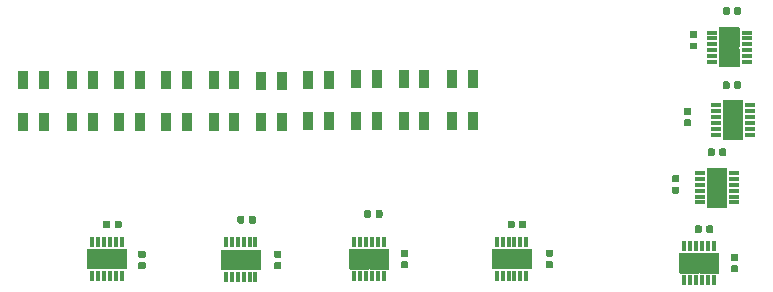
<source format=gbr>
G04 #@! TF.GenerationSoftware,KiCad,Pcbnew,5.0.2-bee76a0~70~ubuntu18.04.1*
G04 #@! TF.CreationDate,2019-09-26T00:30:11+02:00*
G04 #@! TF.ProjectId,myo_shield_pcb,6d796f5f-7368-4696-956c-645f7063622e,rev?*
G04 #@! TF.SameCoordinates,Original*
G04 #@! TF.FileFunction,Paste,Top*
G04 #@! TF.FilePolarity,Positive*
%FSLAX46Y46*%
G04 Gerber Fmt 4.6, Leading zero omitted, Abs format (unit mm)*
G04 Created by KiCad (PCBNEW 5.0.2-bee76a0~70~ubuntu18.04.1) date Do 26 Sep 2019 00:30:11 CEST*
%MOMM*%
%LPD*%
G01*
G04 APERTURE LIST*
%ADD10C,0.025400*%
%ADD11C,0.100000*%
%ADD12C,0.590000*%
%ADD13R,3.403600X1.803400*%
%ADD14R,0.304800X0.812800*%
%ADD15R,0.850000X1.600000*%
%ADD16R,1.803400X3.403600*%
%ADD17R,0.812800X0.304800*%
G04 APERTURE END LIST*
D10*
G04 #@! TO.C,U1*
G36*
X142938742Y-134096431D02*
X141436942Y-134096431D01*
X141436942Y-135699831D01*
X142938742Y-135699831D01*
X142938742Y-134096431D01*
G37*
X142938742Y-134096431D02*
X141436942Y-134096431D01*
X141436942Y-135699831D01*
X142938742Y-135699831D01*
X142938742Y-134096431D01*
G36*
X144640542Y-134096431D02*
X143138742Y-134096431D01*
X143138742Y-135699831D01*
X144640542Y-135699831D01*
X144640542Y-134096431D01*
G37*
X144640542Y-134096431D02*
X143138742Y-134096431D01*
X143138742Y-135699831D01*
X144640542Y-135699831D01*
X144640542Y-134096431D01*
G04 #@! TO.C,U2*
G36*
X155972652Y-134163861D02*
X154470852Y-134163861D01*
X154470852Y-135767261D01*
X155972652Y-135767261D01*
X155972652Y-134163861D01*
G37*
X155972652Y-134163861D02*
X154470852Y-134163861D01*
X154470852Y-135767261D01*
X155972652Y-135767261D01*
X155972652Y-134163861D01*
G36*
X154270852Y-134163861D02*
X152769052Y-134163861D01*
X152769052Y-135767261D01*
X154270852Y-135767261D01*
X154270852Y-134163861D01*
G37*
X154270852Y-134163861D02*
X152769052Y-134163861D01*
X152769052Y-135767261D01*
X154270852Y-135767261D01*
X154270852Y-134163861D01*
G04 #@! TO.C,U3*
G36*
X165115408Y-134134777D02*
X163613608Y-134134777D01*
X163613608Y-135738177D01*
X165115408Y-135738177D01*
X165115408Y-134134777D01*
G37*
X165115408Y-134134777D02*
X163613608Y-134134777D01*
X163613608Y-135738177D01*
X165115408Y-135738177D01*
X165115408Y-134134777D01*
G36*
X166817208Y-134134777D02*
X165315408Y-134134777D01*
X165315408Y-135738177D01*
X166817208Y-135738177D01*
X166817208Y-134134777D01*
G37*
X166817208Y-134134777D02*
X165315408Y-134134777D01*
X165315408Y-135738177D01*
X166817208Y-135738177D01*
X166817208Y-134134777D01*
G04 #@! TO.C,U4*
G36*
X178901800Y-134098300D02*
X177400000Y-134098300D01*
X177400000Y-135701700D01*
X178901800Y-135701700D01*
X178901800Y-134098300D01*
G37*
X178901800Y-134098300D02*
X177400000Y-134098300D01*
X177400000Y-135701700D01*
X178901800Y-135701700D01*
X178901800Y-134098300D01*
G36*
X177200000Y-134098300D02*
X175698200Y-134098300D01*
X175698200Y-135701700D01*
X177200000Y-135701700D01*
X177200000Y-134098300D01*
G37*
X177200000Y-134098300D02*
X175698200Y-134098300D01*
X175698200Y-135701700D01*
X177200000Y-135701700D01*
X177200000Y-134098300D01*
G04 #@! TO.C,U5*
G36*
X194785990Y-134467606D02*
X193284190Y-134467606D01*
X193284190Y-136071006D01*
X194785990Y-136071006D01*
X194785990Y-134467606D01*
G37*
X194785990Y-134467606D02*
X193284190Y-134467606D01*
X193284190Y-136071006D01*
X194785990Y-136071006D01*
X194785990Y-134467606D01*
G36*
X193084190Y-134467606D02*
X191582390Y-134467606D01*
X191582390Y-136071006D01*
X193084190Y-136071006D01*
X193084190Y-134467606D01*
G37*
X193084190Y-134467606D02*
X191582390Y-134467606D01*
X191582390Y-136071006D01*
X193084190Y-136071006D01*
X193084190Y-134467606D01*
G04 #@! TO.C,U6*
G36*
X193897606Y-128980810D02*
X193897606Y-130482610D01*
X195501006Y-130482610D01*
X195501006Y-128980810D01*
X193897606Y-128980810D01*
G37*
X193897606Y-128980810D02*
X193897606Y-130482610D01*
X195501006Y-130482610D01*
X195501006Y-128980810D01*
X193897606Y-128980810D01*
G36*
X193897606Y-127279010D02*
X193897606Y-128780810D01*
X195501006Y-128780810D01*
X195501006Y-127279010D01*
X193897606Y-127279010D01*
G37*
X193897606Y-127279010D02*
X193897606Y-128780810D01*
X195501006Y-128780810D01*
X195501006Y-127279010D01*
X193897606Y-127279010D01*
G04 #@! TO.C,U7*
G36*
X195217606Y-123265810D02*
X195217606Y-124767610D01*
X196821006Y-124767610D01*
X196821006Y-123265810D01*
X195217606Y-123265810D01*
G37*
X195217606Y-123265810D02*
X195217606Y-124767610D01*
X196821006Y-124767610D01*
X196821006Y-123265810D01*
X195217606Y-123265810D01*
G36*
X195217606Y-121564010D02*
X195217606Y-123065810D01*
X196821006Y-123065810D01*
X196821006Y-121564010D01*
X195217606Y-121564010D01*
G37*
X195217606Y-121564010D02*
X195217606Y-123065810D01*
X196821006Y-123065810D01*
X196821006Y-121564010D01*
X195217606Y-121564010D01*
G04 #@! TO.C,U8*
G36*
X194948300Y-115398200D02*
X194948300Y-116900000D01*
X196551700Y-116900000D01*
X196551700Y-115398200D01*
X194948300Y-115398200D01*
G37*
X194948300Y-115398200D02*
X194948300Y-116900000D01*
X196551700Y-116900000D01*
X196551700Y-115398200D01*
X194948300Y-115398200D01*
G36*
X194948300Y-117100000D02*
X194948300Y-118601800D01*
X196551700Y-118601800D01*
X196551700Y-117100000D01*
X194948300Y-117100000D01*
G37*
X194948300Y-117100000D02*
X194948300Y-118601800D01*
X196551700Y-118601800D01*
X196551700Y-117100000D01*
X194948300Y-117100000D01*
G04 #@! TD*
D11*
G04 #@! TO.C,C2*
G36*
X144146958Y-131680710D02*
X144161276Y-131682834D01*
X144175317Y-131686351D01*
X144188946Y-131691228D01*
X144202031Y-131697417D01*
X144214447Y-131704858D01*
X144226073Y-131713481D01*
X144236798Y-131723202D01*
X144246519Y-131733927D01*
X144255142Y-131745553D01*
X144262583Y-131757969D01*
X144268772Y-131771054D01*
X144273649Y-131784683D01*
X144277166Y-131798724D01*
X144279290Y-131813042D01*
X144280000Y-131827500D01*
X144280000Y-132172500D01*
X144279290Y-132186958D01*
X144277166Y-132201276D01*
X144273649Y-132215317D01*
X144268772Y-132228946D01*
X144262583Y-132242031D01*
X144255142Y-132254447D01*
X144246519Y-132266073D01*
X144236798Y-132276798D01*
X144226073Y-132286519D01*
X144214447Y-132295142D01*
X144202031Y-132302583D01*
X144188946Y-132308772D01*
X144175317Y-132313649D01*
X144161276Y-132317166D01*
X144146958Y-132319290D01*
X144132500Y-132320000D01*
X143837500Y-132320000D01*
X143823042Y-132319290D01*
X143808724Y-132317166D01*
X143794683Y-132313649D01*
X143781054Y-132308772D01*
X143767969Y-132302583D01*
X143755553Y-132295142D01*
X143743927Y-132286519D01*
X143733202Y-132276798D01*
X143723481Y-132266073D01*
X143714858Y-132254447D01*
X143707417Y-132242031D01*
X143701228Y-132228946D01*
X143696351Y-132215317D01*
X143692834Y-132201276D01*
X143690710Y-132186958D01*
X143690000Y-132172500D01*
X143690000Y-131827500D01*
X143690710Y-131813042D01*
X143692834Y-131798724D01*
X143696351Y-131784683D01*
X143701228Y-131771054D01*
X143707417Y-131757969D01*
X143714858Y-131745553D01*
X143723481Y-131733927D01*
X143733202Y-131723202D01*
X143743927Y-131713481D01*
X143755553Y-131704858D01*
X143767969Y-131697417D01*
X143781054Y-131691228D01*
X143794683Y-131686351D01*
X143808724Y-131682834D01*
X143823042Y-131680710D01*
X143837500Y-131680000D01*
X144132500Y-131680000D01*
X144146958Y-131680710D01*
X144146958Y-131680710D01*
G37*
D12*
X143985000Y-132000000D03*
D11*
G36*
X143176958Y-131680710D02*
X143191276Y-131682834D01*
X143205317Y-131686351D01*
X143218946Y-131691228D01*
X143232031Y-131697417D01*
X143244447Y-131704858D01*
X143256073Y-131713481D01*
X143266798Y-131723202D01*
X143276519Y-131733927D01*
X143285142Y-131745553D01*
X143292583Y-131757969D01*
X143298772Y-131771054D01*
X143303649Y-131784683D01*
X143307166Y-131798724D01*
X143309290Y-131813042D01*
X143310000Y-131827500D01*
X143310000Y-132172500D01*
X143309290Y-132186958D01*
X143307166Y-132201276D01*
X143303649Y-132215317D01*
X143298772Y-132228946D01*
X143292583Y-132242031D01*
X143285142Y-132254447D01*
X143276519Y-132266073D01*
X143266798Y-132276798D01*
X143256073Y-132286519D01*
X143244447Y-132295142D01*
X143232031Y-132302583D01*
X143218946Y-132308772D01*
X143205317Y-132313649D01*
X143191276Y-132317166D01*
X143176958Y-132319290D01*
X143162500Y-132320000D01*
X142867500Y-132320000D01*
X142853042Y-132319290D01*
X142838724Y-132317166D01*
X142824683Y-132313649D01*
X142811054Y-132308772D01*
X142797969Y-132302583D01*
X142785553Y-132295142D01*
X142773927Y-132286519D01*
X142763202Y-132276798D01*
X142753481Y-132266073D01*
X142744858Y-132254447D01*
X142737417Y-132242031D01*
X142731228Y-132228946D01*
X142726351Y-132215317D01*
X142722834Y-132201276D01*
X142720710Y-132186958D01*
X142720000Y-132172500D01*
X142720000Y-131827500D01*
X142720710Y-131813042D01*
X142722834Y-131798724D01*
X142726351Y-131784683D01*
X142731228Y-131771054D01*
X142737417Y-131757969D01*
X142744858Y-131745553D01*
X142753481Y-131733927D01*
X142763202Y-131723202D01*
X142773927Y-131713481D01*
X142785553Y-131704858D01*
X142797969Y-131697417D01*
X142811054Y-131691228D01*
X142824683Y-131686351D01*
X142838724Y-131682834D01*
X142853042Y-131680710D01*
X142867500Y-131680000D01*
X143162500Y-131680000D01*
X143176958Y-131680710D01*
X143176958Y-131680710D01*
G37*
D12*
X143015000Y-132000000D03*
G04 #@! TD*
D13*
G04 #@! TO.C,U1*
X143038742Y-134898131D03*
D14*
X144288742Y-136345931D03*
X143788742Y-136345931D03*
X143288742Y-136345931D03*
X142788742Y-136345931D03*
X142288742Y-136345931D03*
X141788742Y-136345931D03*
X141788742Y-133450331D03*
X142288742Y-133450331D03*
X142788742Y-133450331D03*
X143288742Y-133450331D03*
X143788742Y-133450331D03*
X144288742Y-133450331D03*
G04 #@! TD*
D11*
G04 #@! TO.C,C1*
G36*
X146186958Y-134220710D02*
X146201276Y-134222834D01*
X146215317Y-134226351D01*
X146228946Y-134231228D01*
X146242031Y-134237417D01*
X146254447Y-134244858D01*
X146266073Y-134253481D01*
X146276798Y-134263202D01*
X146286519Y-134273927D01*
X146295142Y-134285553D01*
X146302583Y-134297969D01*
X146308772Y-134311054D01*
X146313649Y-134324683D01*
X146317166Y-134338724D01*
X146319290Y-134353042D01*
X146320000Y-134367500D01*
X146320000Y-134662500D01*
X146319290Y-134676958D01*
X146317166Y-134691276D01*
X146313649Y-134705317D01*
X146308772Y-134718946D01*
X146302583Y-134732031D01*
X146295142Y-134744447D01*
X146286519Y-134756073D01*
X146276798Y-134766798D01*
X146266073Y-134776519D01*
X146254447Y-134785142D01*
X146242031Y-134792583D01*
X146228946Y-134798772D01*
X146215317Y-134803649D01*
X146201276Y-134807166D01*
X146186958Y-134809290D01*
X146172500Y-134810000D01*
X145827500Y-134810000D01*
X145813042Y-134809290D01*
X145798724Y-134807166D01*
X145784683Y-134803649D01*
X145771054Y-134798772D01*
X145757969Y-134792583D01*
X145745553Y-134785142D01*
X145733927Y-134776519D01*
X145723202Y-134766798D01*
X145713481Y-134756073D01*
X145704858Y-134744447D01*
X145697417Y-134732031D01*
X145691228Y-134718946D01*
X145686351Y-134705317D01*
X145682834Y-134691276D01*
X145680710Y-134676958D01*
X145680000Y-134662500D01*
X145680000Y-134367500D01*
X145680710Y-134353042D01*
X145682834Y-134338724D01*
X145686351Y-134324683D01*
X145691228Y-134311054D01*
X145697417Y-134297969D01*
X145704858Y-134285553D01*
X145713481Y-134273927D01*
X145723202Y-134263202D01*
X145733927Y-134253481D01*
X145745553Y-134244858D01*
X145757969Y-134237417D01*
X145771054Y-134231228D01*
X145784683Y-134226351D01*
X145798724Y-134222834D01*
X145813042Y-134220710D01*
X145827500Y-134220000D01*
X146172500Y-134220000D01*
X146186958Y-134220710D01*
X146186958Y-134220710D01*
G37*
D12*
X146000000Y-134515000D03*
D11*
G36*
X146186958Y-135190710D02*
X146201276Y-135192834D01*
X146215317Y-135196351D01*
X146228946Y-135201228D01*
X146242031Y-135207417D01*
X146254447Y-135214858D01*
X146266073Y-135223481D01*
X146276798Y-135233202D01*
X146286519Y-135243927D01*
X146295142Y-135255553D01*
X146302583Y-135267969D01*
X146308772Y-135281054D01*
X146313649Y-135294683D01*
X146317166Y-135308724D01*
X146319290Y-135323042D01*
X146320000Y-135337500D01*
X146320000Y-135632500D01*
X146319290Y-135646958D01*
X146317166Y-135661276D01*
X146313649Y-135675317D01*
X146308772Y-135688946D01*
X146302583Y-135702031D01*
X146295142Y-135714447D01*
X146286519Y-135726073D01*
X146276798Y-135736798D01*
X146266073Y-135746519D01*
X146254447Y-135755142D01*
X146242031Y-135762583D01*
X146228946Y-135768772D01*
X146215317Y-135773649D01*
X146201276Y-135777166D01*
X146186958Y-135779290D01*
X146172500Y-135780000D01*
X145827500Y-135780000D01*
X145813042Y-135779290D01*
X145798724Y-135777166D01*
X145784683Y-135773649D01*
X145771054Y-135768772D01*
X145757969Y-135762583D01*
X145745553Y-135755142D01*
X145733927Y-135746519D01*
X145723202Y-135736798D01*
X145713481Y-135726073D01*
X145704858Y-135714447D01*
X145697417Y-135702031D01*
X145691228Y-135688946D01*
X145686351Y-135675317D01*
X145682834Y-135661276D01*
X145680710Y-135646958D01*
X145680000Y-135632500D01*
X145680000Y-135337500D01*
X145680710Y-135323042D01*
X145682834Y-135308724D01*
X145686351Y-135294683D01*
X145691228Y-135281054D01*
X145697417Y-135267969D01*
X145704858Y-135255553D01*
X145713481Y-135243927D01*
X145723202Y-135233202D01*
X145733927Y-135223481D01*
X145745553Y-135214858D01*
X145757969Y-135207417D01*
X145771054Y-135201228D01*
X145784683Y-135196351D01*
X145798724Y-135192834D01*
X145813042Y-135190710D01*
X145827500Y-135190000D01*
X146172500Y-135190000D01*
X146186958Y-135190710D01*
X146186958Y-135190710D01*
G37*
D12*
X146000000Y-135485000D03*
G04 #@! TD*
D15*
G04 #@! TO.C,D1*
X174025000Y-119700000D03*
X172275000Y-119700000D03*
X174025000Y-123200000D03*
X172275000Y-123200000D03*
G04 #@! TD*
G04 #@! TO.C,D2*
X169925000Y-119700000D03*
X168175000Y-119700000D03*
X169925000Y-123200000D03*
X168175000Y-123200000D03*
G04 #@! TD*
G04 #@! TO.C,D3*
X164125000Y-123200000D03*
X165875000Y-123200000D03*
X164125000Y-119700000D03*
X165875000Y-119700000D03*
G04 #@! TD*
G04 #@! TO.C,D4*
X161825000Y-119750000D03*
X160075000Y-119750000D03*
X161825000Y-123250000D03*
X160075000Y-123250000D03*
G04 #@! TD*
G04 #@! TO.C,D5*
X156075000Y-123350000D03*
X157825000Y-123350000D03*
X156075000Y-119850000D03*
X157825000Y-119850000D03*
G04 #@! TD*
G04 #@! TO.C,D6*
X152075000Y-123300000D03*
X153825000Y-123300000D03*
X152075000Y-119800000D03*
X153825000Y-119800000D03*
G04 #@! TD*
G04 #@! TO.C,D7*
X149825000Y-119800000D03*
X148075000Y-119800000D03*
X149825000Y-123300000D03*
X148075000Y-123300000D03*
G04 #@! TD*
G04 #@! TO.C,D8*
X144075000Y-123300000D03*
X145825000Y-123300000D03*
X144075000Y-119800000D03*
X145825000Y-119800000D03*
G04 #@! TD*
G04 #@! TO.C,D9*
X141825000Y-119800000D03*
X140075000Y-119800000D03*
X141825000Y-123300000D03*
X140075000Y-123300000D03*
G04 #@! TD*
G04 #@! TO.C,D10*
X137725000Y-119800000D03*
X135975000Y-119800000D03*
X137725000Y-123300000D03*
X135975000Y-123300000D03*
G04 #@! TD*
D11*
G04 #@! TO.C,C3*
G36*
X191386958Y-127820710D02*
X191401276Y-127822834D01*
X191415317Y-127826351D01*
X191428946Y-127831228D01*
X191442031Y-127837417D01*
X191454447Y-127844858D01*
X191466073Y-127853481D01*
X191476798Y-127863202D01*
X191486519Y-127873927D01*
X191495142Y-127885553D01*
X191502583Y-127897969D01*
X191508772Y-127911054D01*
X191513649Y-127924683D01*
X191517166Y-127938724D01*
X191519290Y-127953042D01*
X191520000Y-127967500D01*
X191520000Y-128262500D01*
X191519290Y-128276958D01*
X191517166Y-128291276D01*
X191513649Y-128305317D01*
X191508772Y-128318946D01*
X191502583Y-128332031D01*
X191495142Y-128344447D01*
X191486519Y-128356073D01*
X191476798Y-128366798D01*
X191466073Y-128376519D01*
X191454447Y-128385142D01*
X191442031Y-128392583D01*
X191428946Y-128398772D01*
X191415317Y-128403649D01*
X191401276Y-128407166D01*
X191386958Y-128409290D01*
X191372500Y-128410000D01*
X191027500Y-128410000D01*
X191013042Y-128409290D01*
X190998724Y-128407166D01*
X190984683Y-128403649D01*
X190971054Y-128398772D01*
X190957969Y-128392583D01*
X190945553Y-128385142D01*
X190933927Y-128376519D01*
X190923202Y-128366798D01*
X190913481Y-128356073D01*
X190904858Y-128344447D01*
X190897417Y-128332031D01*
X190891228Y-128318946D01*
X190886351Y-128305317D01*
X190882834Y-128291276D01*
X190880710Y-128276958D01*
X190880000Y-128262500D01*
X190880000Y-127967500D01*
X190880710Y-127953042D01*
X190882834Y-127938724D01*
X190886351Y-127924683D01*
X190891228Y-127911054D01*
X190897417Y-127897969D01*
X190904858Y-127885553D01*
X190913481Y-127873927D01*
X190923202Y-127863202D01*
X190933927Y-127853481D01*
X190945553Y-127844858D01*
X190957969Y-127837417D01*
X190971054Y-127831228D01*
X190984683Y-127826351D01*
X190998724Y-127822834D01*
X191013042Y-127820710D01*
X191027500Y-127820000D01*
X191372500Y-127820000D01*
X191386958Y-127820710D01*
X191386958Y-127820710D01*
G37*
D12*
X191200000Y-128115000D03*
D11*
G36*
X191386958Y-128790710D02*
X191401276Y-128792834D01*
X191415317Y-128796351D01*
X191428946Y-128801228D01*
X191442031Y-128807417D01*
X191454447Y-128814858D01*
X191466073Y-128823481D01*
X191476798Y-128833202D01*
X191486519Y-128843927D01*
X191495142Y-128855553D01*
X191502583Y-128867969D01*
X191508772Y-128881054D01*
X191513649Y-128894683D01*
X191517166Y-128908724D01*
X191519290Y-128923042D01*
X191520000Y-128937500D01*
X191520000Y-129232500D01*
X191519290Y-129246958D01*
X191517166Y-129261276D01*
X191513649Y-129275317D01*
X191508772Y-129288946D01*
X191502583Y-129302031D01*
X191495142Y-129314447D01*
X191486519Y-129326073D01*
X191476798Y-129336798D01*
X191466073Y-129346519D01*
X191454447Y-129355142D01*
X191442031Y-129362583D01*
X191428946Y-129368772D01*
X191415317Y-129373649D01*
X191401276Y-129377166D01*
X191386958Y-129379290D01*
X191372500Y-129380000D01*
X191027500Y-129380000D01*
X191013042Y-129379290D01*
X190998724Y-129377166D01*
X190984683Y-129373649D01*
X190971054Y-129368772D01*
X190957969Y-129362583D01*
X190945553Y-129355142D01*
X190933927Y-129346519D01*
X190923202Y-129336798D01*
X190913481Y-129326073D01*
X190904858Y-129314447D01*
X190897417Y-129302031D01*
X190891228Y-129288946D01*
X190886351Y-129275317D01*
X190882834Y-129261276D01*
X190880710Y-129246958D01*
X190880000Y-129232500D01*
X190880000Y-128937500D01*
X190880710Y-128923042D01*
X190882834Y-128908724D01*
X190886351Y-128894683D01*
X190891228Y-128881054D01*
X190897417Y-128867969D01*
X190904858Y-128855553D01*
X190913481Y-128843927D01*
X190923202Y-128833202D01*
X190933927Y-128823481D01*
X190945553Y-128814858D01*
X190957969Y-128807417D01*
X190971054Y-128801228D01*
X190984683Y-128796351D01*
X190998724Y-128792834D01*
X191013042Y-128790710D01*
X191027500Y-128790000D01*
X191372500Y-128790000D01*
X191386958Y-128790710D01*
X191386958Y-128790710D01*
G37*
D12*
X191200000Y-129085000D03*
G04 #@! TD*
D11*
G04 #@! TO.C,C4*
G36*
X195346264Y-125561520D02*
X195360582Y-125563644D01*
X195374623Y-125567161D01*
X195388252Y-125572038D01*
X195401337Y-125578227D01*
X195413753Y-125585668D01*
X195425379Y-125594291D01*
X195436104Y-125604012D01*
X195445825Y-125614737D01*
X195454448Y-125626363D01*
X195461889Y-125638779D01*
X195468078Y-125651864D01*
X195472955Y-125665493D01*
X195476472Y-125679534D01*
X195478596Y-125693852D01*
X195479306Y-125708310D01*
X195479306Y-126053310D01*
X195478596Y-126067768D01*
X195476472Y-126082086D01*
X195472955Y-126096127D01*
X195468078Y-126109756D01*
X195461889Y-126122841D01*
X195454448Y-126135257D01*
X195445825Y-126146883D01*
X195436104Y-126157608D01*
X195425379Y-126167329D01*
X195413753Y-126175952D01*
X195401337Y-126183393D01*
X195388252Y-126189582D01*
X195374623Y-126194459D01*
X195360582Y-126197976D01*
X195346264Y-126200100D01*
X195331806Y-126200810D01*
X195036806Y-126200810D01*
X195022348Y-126200100D01*
X195008030Y-126197976D01*
X194993989Y-126194459D01*
X194980360Y-126189582D01*
X194967275Y-126183393D01*
X194954859Y-126175952D01*
X194943233Y-126167329D01*
X194932508Y-126157608D01*
X194922787Y-126146883D01*
X194914164Y-126135257D01*
X194906723Y-126122841D01*
X194900534Y-126109756D01*
X194895657Y-126096127D01*
X194892140Y-126082086D01*
X194890016Y-126067768D01*
X194889306Y-126053310D01*
X194889306Y-125708310D01*
X194890016Y-125693852D01*
X194892140Y-125679534D01*
X194895657Y-125665493D01*
X194900534Y-125651864D01*
X194906723Y-125638779D01*
X194914164Y-125626363D01*
X194922787Y-125614737D01*
X194932508Y-125604012D01*
X194943233Y-125594291D01*
X194954859Y-125585668D01*
X194967275Y-125578227D01*
X194980360Y-125572038D01*
X194993989Y-125567161D01*
X195008030Y-125563644D01*
X195022348Y-125561520D01*
X195036806Y-125560810D01*
X195331806Y-125560810D01*
X195346264Y-125561520D01*
X195346264Y-125561520D01*
G37*
D12*
X195184306Y-125880810D03*
D11*
G36*
X194376264Y-125561520D02*
X194390582Y-125563644D01*
X194404623Y-125567161D01*
X194418252Y-125572038D01*
X194431337Y-125578227D01*
X194443753Y-125585668D01*
X194455379Y-125594291D01*
X194466104Y-125604012D01*
X194475825Y-125614737D01*
X194484448Y-125626363D01*
X194491889Y-125638779D01*
X194498078Y-125651864D01*
X194502955Y-125665493D01*
X194506472Y-125679534D01*
X194508596Y-125693852D01*
X194509306Y-125708310D01*
X194509306Y-126053310D01*
X194508596Y-126067768D01*
X194506472Y-126082086D01*
X194502955Y-126096127D01*
X194498078Y-126109756D01*
X194491889Y-126122841D01*
X194484448Y-126135257D01*
X194475825Y-126146883D01*
X194466104Y-126157608D01*
X194455379Y-126167329D01*
X194443753Y-126175952D01*
X194431337Y-126183393D01*
X194418252Y-126189582D01*
X194404623Y-126194459D01*
X194390582Y-126197976D01*
X194376264Y-126200100D01*
X194361806Y-126200810D01*
X194066806Y-126200810D01*
X194052348Y-126200100D01*
X194038030Y-126197976D01*
X194023989Y-126194459D01*
X194010360Y-126189582D01*
X193997275Y-126183393D01*
X193984859Y-126175952D01*
X193973233Y-126167329D01*
X193962508Y-126157608D01*
X193952787Y-126146883D01*
X193944164Y-126135257D01*
X193936723Y-126122841D01*
X193930534Y-126109756D01*
X193925657Y-126096127D01*
X193922140Y-126082086D01*
X193920016Y-126067768D01*
X193919306Y-126053310D01*
X193919306Y-125708310D01*
X193920016Y-125693852D01*
X193922140Y-125679534D01*
X193925657Y-125665493D01*
X193930534Y-125651864D01*
X193936723Y-125638779D01*
X193944164Y-125626363D01*
X193952787Y-125614737D01*
X193962508Y-125604012D01*
X193973233Y-125594291D01*
X193984859Y-125585668D01*
X193997275Y-125578227D01*
X194010360Y-125572038D01*
X194023989Y-125567161D01*
X194038030Y-125563644D01*
X194052348Y-125561520D01*
X194066806Y-125560810D01*
X194361806Y-125560810D01*
X194376264Y-125561520D01*
X194376264Y-125561520D01*
G37*
D12*
X194214306Y-125880810D03*
G04 #@! TD*
D11*
G04 #@! TO.C,C5*
G36*
X168436958Y-134157187D02*
X168451276Y-134159311D01*
X168465317Y-134162828D01*
X168478946Y-134167705D01*
X168492031Y-134173894D01*
X168504447Y-134181335D01*
X168516073Y-134189958D01*
X168526798Y-134199679D01*
X168536519Y-134210404D01*
X168545142Y-134222030D01*
X168552583Y-134234446D01*
X168558772Y-134247531D01*
X168563649Y-134261160D01*
X168567166Y-134275201D01*
X168569290Y-134289519D01*
X168570000Y-134303977D01*
X168570000Y-134598977D01*
X168569290Y-134613435D01*
X168567166Y-134627753D01*
X168563649Y-134641794D01*
X168558772Y-134655423D01*
X168552583Y-134668508D01*
X168545142Y-134680924D01*
X168536519Y-134692550D01*
X168526798Y-134703275D01*
X168516073Y-134712996D01*
X168504447Y-134721619D01*
X168492031Y-134729060D01*
X168478946Y-134735249D01*
X168465317Y-134740126D01*
X168451276Y-134743643D01*
X168436958Y-134745767D01*
X168422500Y-134746477D01*
X168077500Y-134746477D01*
X168063042Y-134745767D01*
X168048724Y-134743643D01*
X168034683Y-134740126D01*
X168021054Y-134735249D01*
X168007969Y-134729060D01*
X167995553Y-134721619D01*
X167983927Y-134712996D01*
X167973202Y-134703275D01*
X167963481Y-134692550D01*
X167954858Y-134680924D01*
X167947417Y-134668508D01*
X167941228Y-134655423D01*
X167936351Y-134641794D01*
X167932834Y-134627753D01*
X167930710Y-134613435D01*
X167930000Y-134598977D01*
X167930000Y-134303977D01*
X167930710Y-134289519D01*
X167932834Y-134275201D01*
X167936351Y-134261160D01*
X167941228Y-134247531D01*
X167947417Y-134234446D01*
X167954858Y-134222030D01*
X167963481Y-134210404D01*
X167973202Y-134199679D01*
X167983927Y-134189958D01*
X167995553Y-134181335D01*
X168007969Y-134173894D01*
X168021054Y-134167705D01*
X168034683Y-134162828D01*
X168048724Y-134159311D01*
X168063042Y-134157187D01*
X168077500Y-134156477D01*
X168422500Y-134156477D01*
X168436958Y-134157187D01*
X168436958Y-134157187D01*
G37*
D12*
X168250000Y-134451477D03*
D11*
G36*
X168436958Y-135127187D02*
X168451276Y-135129311D01*
X168465317Y-135132828D01*
X168478946Y-135137705D01*
X168492031Y-135143894D01*
X168504447Y-135151335D01*
X168516073Y-135159958D01*
X168526798Y-135169679D01*
X168536519Y-135180404D01*
X168545142Y-135192030D01*
X168552583Y-135204446D01*
X168558772Y-135217531D01*
X168563649Y-135231160D01*
X168567166Y-135245201D01*
X168569290Y-135259519D01*
X168570000Y-135273977D01*
X168570000Y-135568977D01*
X168569290Y-135583435D01*
X168567166Y-135597753D01*
X168563649Y-135611794D01*
X168558772Y-135625423D01*
X168552583Y-135638508D01*
X168545142Y-135650924D01*
X168536519Y-135662550D01*
X168526798Y-135673275D01*
X168516073Y-135682996D01*
X168504447Y-135691619D01*
X168492031Y-135699060D01*
X168478946Y-135705249D01*
X168465317Y-135710126D01*
X168451276Y-135713643D01*
X168436958Y-135715767D01*
X168422500Y-135716477D01*
X168077500Y-135716477D01*
X168063042Y-135715767D01*
X168048724Y-135713643D01*
X168034683Y-135710126D01*
X168021054Y-135705249D01*
X168007969Y-135699060D01*
X167995553Y-135691619D01*
X167983927Y-135682996D01*
X167973202Y-135673275D01*
X167963481Y-135662550D01*
X167954858Y-135650924D01*
X167947417Y-135638508D01*
X167941228Y-135625423D01*
X167936351Y-135611794D01*
X167932834Y-135597753D01*
X167930710Y-135583435D01*
X167930000Y-135568977D01*
X167930000Y-135273977D01*
X167930710Y-135259519D01*
X167932834Y-135245201D01*
X167936351Y-135231160D01*
X167941228Y-135217531D01*
X167947417Y-135204446D01*
X167954858Y-135192030D01*
X167963481Y-135180404D01*
X167973202Y-135169679D01*
X167983927Y-135159958D01*
X167995553Y-135151335D01*
X168007969Y-135143894D01*
X168021054Y-135137705D01*
X168034683Y-135132828D01*
X168048724Y-135129311D01*
X168063042Y-135127187D01*
X168077500Y-135126477D01*
X168422500Y-135126477D01*
X168436958Y-135127187D01*
X168436958Y-135127187D01*
G37*
D12*
X168250000Y-135421477D03*
G04 #@! TD*
D11*
G04 #@! TO.C,C6*
G36*
X165276958Y-130780710D02*
X165291276Y-130782834D01*
X165305317Y-130786351D01*
X165318946Y-130791228D01*
X165332031Y-130797417D01*
X165344447Y-130804858D01*
X165356073Y-130813481D01*
X165366798Y-130823202D01*
X165376519Y-130833927D01*
X165385142Y-130845553D01*
X165392583Y-130857969D01*
X165398772Y-130871054D01*
X165403649Y-130884683D01*
X165407166Y-130898724D01*
X165409290Y-130913042D01*
X165410000Y-130927500D01*
X165410000Y-131272500D01*
X165409290Y-131286958D01*
X165407166Y-131301276D01*
X165403649Y-131315317D01*
X165398772Y-131328946D01*
X165392583Y-131342031D01*
X165385142Y-131354447D01*
X165376519Y-131366073D01*
X165366798Y-131376798D01*
X165356073Y-131386519D01*
X165344447Y-131395142D01*
X165332031Y-131402583D01*
X165318946Y-131408772D01*
X165305317Y-131413649D01*
X165291276Y-131417166D01*
X165276958Y-131419290D01*
X165262500Y-131420000D01*
X164967500Y-131420000D01*
X164953042Y-131419290D01*
X164938724Y-131417166D01*
X164924683Y-131413649D01*
X164911054Y-131408772D01*
X164897969Y-131402583D01*
X164885553Y-131395142D01*
X164873927Y-131386519D01*
X164863202Y-131376798D01*
X164853481Y-131366073D01*
X164844858Y-131354447D01*
X164837417Y-131342031D01*
X164831228Y-131328946D01*
X164826351Y-131315317D01*
X164822834Y-131301276D01*
X164820710Y-131286958D01*
X164820000Y-131272500D01*
X164820000Y-130927500D01*
X164820710Y-130913042D01*
X164822834Y-130898724D01*
X164826351Y-130884683D01*
X164831228Y-130871054D01*
X164837417Y-130857969D01*
X164844858Y-130845553D01*
X164853481Y-130833927D01*
X164863202Y-130823202D01*
X164873927Y-130813481D01*
X164885553Y-130804858D01*
X164897969Y-130797417D01*
X164911054Y-130791228D01*
X164924683Y-130786351D01*
X164938724Y-130782834D01*
X164953042Y-130780710D01*
X164967500Y-130780000D01*
X165262500Y-130780000D01*
X165276958Y-130780710D01*
X165276958Y-130780710D01*
G37*
D12*
X165115000Y-131100000D03*
D11*
G36*
X166246958Y-130780710D02*
X166261276Y-130782834D01*
X166275317Y-130786351D01*
X166288946Y-130791228D01*
X166302031Y-130797417D01*
X166314447Y-130804858D01*
X166326073Y-130813481D01*
X166336798Y-130823202D01*
X166346519Y-130833927D01*
X166355142Y-130845553D01*
X166362583Y-130857969D01*
X166368772Y-130871054D01*
X166373649Y-130884683D01*
X166377166Y-130898724D01*
X166379290Y-130913042D01*
X166380000Y-130927500D01*
X166380000Y-131272500D01*
X166379290Y-131286958D01*
X166377166Y-131301276D01*
X166373649Y-131315317D01*
X166368772Y-131328946D01*
X166362583Y-131342031D01*
X166355142Y-131354447D01*
X166346519Y-131366073D01*
X166336798Y-131376798D01*
X166326073Y-131386519D01*
X166314447Y-131395142D01*
X166302031Y-131402583D01*
X166288946Y-131408772D01*
X166275317Y-131413649D01*
X166261276Y-131417166D01*
X166246958Y-131419290D01*
X166232500Y-131420000D01*
X165937500Y-131420000D01*
X165923042Y-131419290D01*
X165908724Y-131417166D01*
X165894683Y-131413649D01*
X165881054Y-131408772D01*
X165867969Y-131402583D01*
X165855553Y-131395142D01*
X165843927Y-131386519D01*
X165833202Y-131376798D01*
X165823481Y-131366073D01*
X165814858Y-131354447D01*
X165807417Y-131342031D01*
X165801228Y-131328946D01*
X165796351Y-131315317D01*
X165792834Y-131301276D01*
X165790710Y-131286958D01*
X165790000Y-131272500D01*
X165790000Y-130927500D01*
X165790710Y-130913042D01*
X165792834Y-130898724D01*
X165796351Y-130884683D01*
X165801228Y-130871054D01*
X165807417Y-130857969D01*
X165814858Y-130845553D01*
X165823481Y-130833927D01*
X165833202Y-130823202D01*
X165843927Y-130813481D01*
X165855553Y-130804858D01*
X165867969Y-130797417D01*
X165881054Y-130791228D01*
X165894683Y-130786351D01*
X165908724Y-130782834D01*
X165923042Y-130780710D01*
X165937500Y-130780000D01*
X166232500Y-130780000D01*
X166246958Y-130780710D01*
X166246958Y-130780710D01*
G37*
D12*
X166085000Y-131100000D03*
G04 #@! TD*
D11*
G04 #@! TO.C,C7*
G36*
X196371148Y-135460016D02*
X196385466Y-135462140D01*
X196399507Y-135465657D01*
X196413136Y-135470534D01*
X196426221Y-135476723D01*
X196438637Y-135484164D01*
X196450263Y-135492787D01*
X196460988Y-135502508D01*
X196470709Y-135513233D01*
X196479332Y-135524859D01*
X196486773Y-135537275D01*
X196492962Y-135550360D01*
X196497839Y-135563989D01*
X196501356Y-135578030D01*
X196503480Y-135592348D01*
X196504190Y-135606806D01*
X196504190Y-135901806D01*
X196503480Y-135916264D01*
X196501356Y-135930582D01*
X196497839Y-135944623D01*
X196492962Y-135958252D01*
X196486773Y-135971337D01*
X196479332Y-135983753D01*
X196470709Y-135995379D01*
X196460988Y-136006104D01*
X196450263Y-136015825D01*
X196438637Y-136024448D01*
X196426221Y-136031889D01*
X196413136Y-136038078D01*
X196399507Y-136042955D01*
X196385466Y-136046472D01*
X196371148Y-136048596D01*
X196356690Y-136049306D01*
X196011690Y-136049306D01*
X195997232Y-136048596D01*
X195982914Y-136046472D01*
X195968873Y-136042955D01*
X195955244Y-136038078D01*
X195942159Y-136031889D01*
X195929743Y-136024448D01*
X195918117Y-136015825D01*
X195907392Y-136006104D01*
X195897671Y-135995379D01*
X195889048Y-135983753D01*
X195881607Y-135971337D01*
X195875418Y-135958252D01*
X195870541Y-135944623D01*
X195867024Y-135930582D01*
X195864900Y-135916264D01*
X195864190Y-135901806D01*
X195864190Y-135606806D01*
X195864900Y-135592348D01*
X195867024Y-135578030D01*
X195870541Y-135563989D01*
X195875418Y-135550360D01*
X195881607Y-135537275D01*
X195889048Y-135524859D01*
X195897671Y-135513233D01*
X195907392Y-135502508D01*
X195918117Y-135492787D01*
X195929743Y-135484164D01*
X195942159Y-135476723D01*
X195955244Y-135470534D01*
X195968873Y-135465657D01*
X195982914Y-135462140D01*
X195997232Y-135460016D01*
X196011690Y-135459306D01*
X196356690Y-135459306D01*
X196371148Y-135460016D01*
X196371148Y-135460016D01*
G37*
D12*
X196184190Y-135754306D03*
D11*
G36*
X196371148Y-134490016D02*
X196385466Y-134492140D01*
X196399507Y-134495657D01*
X196413136Y-134500534D01*
X196426221Y-134506723D01*
X196438637Y-134514164D01*
X196450263Y-134522787D01*
X196460988Y-134532508D01*
X196470709Y-134543233D01*
X196479332Y-134554859D01*
X196486773Y-134567275D01*
X196492962Y-134580360D01*
X196497839Y-134593989D01*
X196501356Y-134608030D01*
X196503480Y-134622348D01*
X196504190Y-134636806D01*
X196504190Y-134931806D01*
X196503480Y-134946264D01*
X196501356Y-134960582D01*
X196497839Y-134974623D01*
X196492962Y-134988252D01*
X196486773Y-135001337D01*
X196479332Y-135013753D01*
X196470709Y-135025379D01*
X196460988Y-135036104D01*
X196450263Y-135045825D01*
X196438637Y-135054448D01*
X196426221Y-135061889D01*
X196413136Y-135068078D01*
X196399507Y-135072955D01*
X196385466Y-135076472D01*
X196371148Y-135078596D01*
X196356690Y-135079306D01*
X196011690Y-135079306D01*
X195997232Y-135078596D01*
X195982914Y-135076472D01*
X195968873Y-135072955D01*
X195955244Y-135068078D01*
X195942159Y-135061889D01*
X195929743Y-135054448D01*
X195918117Y-135045825D01*
X195907392Y-135036104D01*
X195897671Y-135025379D01*
X195889048Y-135013753D01*
X195881607Y-135001337D01*
X195875418Y-134988252D01*
X195870541Y-134974623D01*
X195867024Y-134960582D01*
X195864900Y-134946264D01*
X195864190Y-134931806D01*
X195864190Y-134636806D01*
X195864900Y-134622348D01*
X195867024Y-134608030D01*
X195870541Y-134593989D01*
X195875418Y-134580360D01*
X195881607Y-134567275D01*
X195889048Y-134554859D01*
X195897671Y-134543233D01*
X195907392Y-134532508D01*
X195918117Y-134522787D01*
X195929743Y-134514164D01*
X195942159Y-134506723D01*
X195955244Y-134500534D01*
X195968873Y-134495657D01*
X195982914Y-134492140D01*
X195997232Y-134490016D01*
X196011690Y-134489306D01*
X196356690Y-134489306D01*
X196371148Y-134490016D01*
X196371148Y-134490016D01*
G37*
D12*
X196184190Y-134784306D03*
G04 #@! TD*
D11*
G04 #@! TO.C,C8*
G36*
X194246958Y-132080710D02*
X194261276Y-132082834D01*
X194275317Y-132086351D01*
X194288946Y-132091228D01*
X194302031Y-132097417D01*
X194314447Y-132104858D01*
X194326073Y-132113481D01*
X194336798Y-132123202D01*
X194346519Y-132133927D01*
X194355142Y-132145553D01*
X194362583Y-132157969D01*
X194368772Y-132171054D01*
X194373649Y-132184683D01*
X194377166Y-132198724D01*
X194379290Y-132213042D01*
X194380000Y-132227500D01*
X194380000Y-132572500D01*
X194379290Y-132586958D01*
X194377166Y-132601276D01*
X194373649Y-132615317D01*
X194368772Y-132628946D01*
X194362583Y-132642031D01*
X194355142Y-132654447D01*
X194346519Y-132666073D01*
X194336798Y-132676798D01*
X194326073Y-132686519D01*
X194314447Y-132695142D01*
X194302031Y-132702583D01*
X194288946Y-132708772D01*
X194275317Y-132713649D01*
X194261276Y-132717166D01*
X194246958Y-132719290D01*
X194232500Y-132720000D01*
X193937500Y-132720000D01*
X193923042Y-132719290D01*
X193908724Y-132717166D01*
X193894683Y-132713649D01*
X193881054Y-132708772D01*
X193867969Y-132702583D01*
X193855553Y-132695142D01*
X193843927Y-132686519D01*
X193833202Y-132676798D01*
X193823481Y-132666073D01*
X193814858Y-132654447D01*
X193807417Y-132642031D01*
X193801228Y-132628946D01*
X193796351Y-132615317D01*
X193792834Y-132601276D01*
X193790710Y-132586958D01*
X193790000Y-132572500D01*
X193790000Y-132227500D01*
X193790710Y-132213042D01*
X193792834Y-132198724D01*
X193796351Y-132184683D01*
X193801228Y-132171054D01*
X193807417Y-132157969D01*
X193814858Y-132145553D01*
X193823481Y-132133927D01*
X193833202Y-132123202D01*
X193843927Y-132113481D01*
X193855553Y-132104858D01*
X193867969Y-132097417D01*
X193881054Y-132091228D01*
X193894683Y-132086351D01*
X193908724Y-132082834D01*
X193923042Y-132080710D01*
X193937500Y-132080000D01*
X194232500Y-132080000D01*
X194246958Y-132080710D01*
X194246958Y-132080710D01*
G37*
D12*
X194085000Y-132400000D03*
D11*
G36*
X193276958Y-132080710D02*
X193291276Y-132082834D01*
X193305317Y-132086351D01*
X193318946Y-132091228D01*
X193332031Y-132097417D01*
X193344447Y-132104858D01*
X193356073Y-132113481D01*
X193366798Y-132123202D01*
X193376519Y-132133927D01*
X193385142Y-132145553D01*
X193392583Y-132157969D01*
X193398772Y-132171054D01*
X193403649Y-132184683D01*
X193407166Y-132198724D01*
X193409290Y-132213042D01*
X193410000Y-132227500D01*
X193410000Y-132572500D01*
X193409290Y-132586958D01*
X193407166Y-132601276D01*
X193403649Y-132615317D01*
X193398772Y-132628946D01*
X193392583Y-132642031D01*
X193385142Y-132654447D01*
X193376519Y-132666073D01*
X193366798Y-132676798D01*
X193356073Y-132686519D01*
X193344447Y-132695142D01*
X193332031Y-132702583D01*
X193318946Y-132708772D01*
X193305317Y-132713649D01*
X193291276Y-132717166D01*
X193276958Y-132719290D01*
X193262500Y-132720000D01*
X192967500Y-132720000D01*
X192953042Y-132719290D01*
X192938724Y-132717166D01*
X192924683Y-132713649D01*
X192911054Y-132708772D01*
X192897969Y-132702583D01*
X192885553Y-132695142D01*
X192873927Y-132686519D01*
X192863202Y-132676798D01*
X192853481Y-132666073D01*
X192844858Y-132654447D01*
X192837417Y-132642031D01*
X192831228Y-132628946D01*
X192826351Y-132615317D01*
X192822834Y-132601276D01*
X192820710Y-132586958D01*
X192820000Y-132572500D01*
X192820000Y-132227500D01*
X192820710Y-132213042D01*
X192822834Y-132198724D01*
X192826351Y-132184683D01*
X192831228Y-132171054D01*
X192837417Y-132157969D01*
X192844858Y-132145553D01*
X192853481Y-132133927D01*
X192863202Y-132123202D01*
X192873927Y-132113481D01*
X192885553Y-132104858D01*
X192897969Y-132097417D01*
X192911054Y-132091228D01*
X192924683Y-132086351D01*
X192938724Y-132082834D01*
X192953042Y-132080710D01*
X192967500Y-132080000D01*
X193262500Y-132080000D01*
X193276958Y-132080710D01*
X193276958Y-132080710D01*
G37*
D12*
X193115000Y-132400000D03*
G04 #@! TD*
D11*
G04 #@! TO.C,C9*
G36*
X157686958Y-134220710D02*
X157701276Y-134222834D01*
X157715317Y-134226351D01*
X157728946Y-134231228D01*
X157742031Y-134237417D01*
X157754447Y-134244858D01*
X157766073Y-134253481D01*
X157776798Y-134263202D01*
X157786519Y-134273927D01*
X157795142Y-134285553D01*
X157802583Y-134297969D01*
X157808772Y-134311054D01*
X157813649Y-134324683D01*
X157817166Y-134338724D01*
X157819290Y-134353042D01*
X157820000Y-134367500D01*
X157820000Y-134662500D01*
X157819290Y-134676958D01*
X157817166Y-134691276D01*
X157813649Y-134705317D01*
X157808772Y-134718946D01*
X157802583Y-134732031D01*
X157795142Y-134744447D01*
X157786519Y-134756073D01*
X157776798Y-134766798D01*
X157766073Y-134776519D01*
X157754447Y-134785142D01*
X157742031Y-134792583D01*
X157728946Y-134798772D01*
X157715317Y-134803649D01*
X157701276Y-134807166D01*
X157686958Y-134809290D01*
X157672500Y-134810000D01*
X157327500Y-134810000D01*
X157313042Y-134809290D01*
X157298724Y-134807166D01*
X157284683Y-134803649D01*
X157271054Y-134798772D01*
X157257969Y-134792583D01*
X157245553Y-134785142D01*
X157233927Y-134776519D01*
X157223202Y-134766798D01*
X157213481Y-134756073D01*
X157204858Y-134744447D01*
X157197417Y-134732031D01*
X157191228Y-134718946D01*
X157186351Y-134705317D01*
X157182834Y-134691276D01*
X157180710Y-134676958D01*
X157180000Y-134662500D01*
X157180000Y-134367500D01*
X157180710Y-134353042D01*
X157182834Y-134338724D01*
X157186351Y-134324683D01*
X157191228Y-134311054D01*
X157197417Y-134297969D01*
X157204858Y-134285553D01*
X157213481Y-134273927D01*
X157223202Y-134263202D01*
X157233927Y-134253481D01*
X157245553Y-134244858D01*
X157257969Y-134237417D01*
X157271054Y-134231228D01*
X157284683Y-134226351D01*
X157298724Y-134222834D01*
X157313042Y-134220710D01*
X157327500Y-134220000D01*
X157672500Y-134220000D01*
X157686958Y-134220710D01*
X157686958Y-134220710D01*
G37*
D12*
X157500000Y-134515000D03*
D11*
G36*
X157686958Y-135190710D02*
X157701276Y-135192834D01*
X157715317Y-135196351D01*
X157728946Y-135201228D01*
X157742031Y-135207417D01*
X157754447Y-135214858D01*
X157766073Y-135223481D01*
X157776798Y-135233202D01*
X157786519Y-135243927D01*
X157795142Y-135255553D01*
X157802583Y-135267969D01*
X157808772Y-135281054D01*
X157813649Y-135294683D01*
X157817166Y-135308724D01*
X157819290Y-135323042D01*
X157820000Y-135337500D01*
X157820000Y-135632500D01*
X157819290Y-135646958D01*
X157817166Y-135661276D01*
X157813649Y-135675317D01*
X157808772Y-135688946D01*
X157802583Y-135702031D01*
X157795142Y-135714447D01*
X157786519Y-135726073D01*
X157776798Y-135736798D01*
X157766073Y-135746519D01*
X157754447Y-135755142D01*
X157742031Y-135762583D01*
X157728946Y-135768772D01*
X157715317Y-135773649D01*
X157701276Y-135777166D01*
X157686958Y-135779290D01*
X157672500Y-135780000D01*
X157327500Y-135780000D01*
X157313042Y-135779290D01*
X157298724Y-135777166D01*
X157284683Y-135773649D01*
X157271054Y-135768772D01*
X157257969Y-135762583D01*
X157245553Y-135755142D01*
X157233927Y-135746519D01*
X157223202Y-135736798D01*
X157213481Y-135726073D01*
X157204858Y-135714447D01*
X157197417Y-135702031D01*
X157191228Y-135688946D01*
X157186351Y-135675317D01*
X157182834Y-135661276D01*
X157180710Y-135646958D01*
X157180000Y-135632500D01*
X157180000Y-135337500D01*
X157180710Y-135323042D01*
X157182834Y-135308724D01*
X157186351Y-135294683D01*
X157191228Y-135281054D01*
X157197417Y-135267969D01*
X157204858Y-135255553D01*
X157213481Y-135243927D01*
X157223202Y-135233202D01*
X157233927Y-135223481D01*
X157245553Y-135214858D01*
X157257969Y-135207417D01*
X157271054Y-135201228D01*
X157284683Y-135196351D01*
X157298724Y-135192834D01*
X157313042Y-135190710D01*
X157327500Y-135190000D01*
X157672500Y-135190000D01*
X157686958Y-135190710D01*
X157686958Y-135190710D01*
G37*
D12*
X157500000Y-135485000D03*
G04 #@! TD*
D11*
G04 #@! TO.C,C10*
G36*
X154547810Y-131280710D02*
X154562128Y-131282834D01*
X154576169Y-131286351D01*
X154589798Y-131291228D01*
X154602883Y-131297417D01*
X154615299Y-131304858D01*
X154626925Y-131313481D01*
X154637650Y-131323202D01*
X154647371Y-131333927D01*
X154655994Y-131345553D01*
X154663435Y-131357969D01*
X154669624Y-131371054D01*
X154674501Y-131384683D01*
X154678018Y-131398724D01*
X154680142Y-131413042D01*
X154680852Y-131427500D01*
X154680852Y-131772500D01*
X154680142Y-131786958D01*
X154678018Y-131801276D01*
X154674501Y-131815317D01*
X154669624Y-131828946D01*
X154663435Y-131842031D01*
X154655994Y-131854447D01*
X154647371Y-131866073D01*
X154637650Y-131876798D01*
X154626925Y-131886519D01*
X154615299Y-131895142D01*
X154602883Y-131902583D01*
X154589798Y-131908772D01*
X154576169Y-131913649D01*
X154562128Y-131917166D01*
X154547810Y-131919290D01*
X154533352Y-131920000D01*
X154238352Y-131920000D01*
X154223894Y-131919290D01*
X154209576Y-131917166D01*
X154195535Y-131913649D01*
X154181906Y-131908772D01*
X154168821Y-131902583D01*
X154156405Y-131895142D01*
X154144779Y-131886519D01*
X154134054Y-131876798D01*
X154124333Y-131866073D01*
X154115710Y-131854447D01*
X154108269Y-131842031D01*
X154102080Y-131828946D01*
X154097203Y-131815317D01*
X154093686Y-131801276D01*
X154091562Y-131786958D01*
X154090852Y-131772500D01*
X154090852Y-131427500D01*
X154091562Y-131413042D01*
X154093686Y-131398724D01*
X154097203Y-131384683D01*
X154102080Y-131371054D01*
X154108269Y-131357969D01*
X154115710Y-131345553D01*
X154124333Y-131333927D01*
X154134054Y-131323202D01*
X154144779Y-131313481D01*
X154156405Y-131304858D01*
X154168821Y-131297417D01*
X154181906Y-131291228D01*
X154195535Y-131286351D01*
X154209576Y-131282834D01*
X154223894Y-131280710D01*
X154238352Y-131280000D01*
X154533352Y-131280000D01*
X154547810Y-131280710D01*
X154547810Y-131280710D01*
G37*
D12*
X154385852Y-131600000D03*
D11*
G36*
X155517810Y-131280710D02*
X155532128Y-131282834D01*
X155546169Y-131286351D01*
X155559798Y-131291228D01*
X155572883Y-131297417D01*
X155585299Y-131304858D01*
X155596925Y-131313481D01*
X155607650Y-131323202D01*
X155617371Y-131333927D01*
X155625994Y-131345553D01*
X155633435Y-131357969D01*
X155639624Y-131371054D01*
X155644501Y-131384683D01*
X155648018Y-131398724D01*
X155650142Y-131413042D01*
X155650852Y-131427500D01*
X155650852Y-131772500D01*
X155650142Y-131786958D01*
X155648018Y-131801276D01*
X155644501Y-131815317D01*
X155639624Y-131828946D01*
X155633435Y-131842031D01*
X155625994Y-131854447D01*
X155617371Y-131866073D01*
X155607650Y-131876798D01*
X155596925Y-131886519D01*
X155585299Y-131895142D01*
X155572883Y-131902583D01*
X155559798Y-131908772D01*
X155546169Y-131913649D01*
X155532128Y-131917166D01*
X155517810Y-131919290D01*
X155503352Y-131920000D01*
X155208352Y-131920000D01*
X155193894Y-131919290D01*
X155179576Y-131917166D01*
X155165535Y-131913649D01*
X155151906Y-131908772D01*
X155138821Y-131902583D01*
X155126405Y-131895142D01*
X155114779Y-131886519D01*
X155104054Y-131876798D01*
X155094333Y-131866073D01*
X155085710Y-131854447D01*
X155078269Y-131842031D01*
X155072080Y-131828946D01*
X155067203Y-131815317D01*
X155063686Y-131801276D01*
X155061562Y-131786958D01*
X155060852Y-131772500D01*
X155060852Y-131427500D01*
X155061562Y-131413042D01*
X155063686Y-131398724D01*
X155067203Y-131384683D01*
X155072080Y-131371054D01*
X155078269Y-131357969D01*
X155085710Y-131345553D01*
X155094333Y-131333927D01*
X155104054Y-131323202D01*
X155114779Y-131313481D01*
X155126405Y-131304858D01*
X155138821Y-131297417D01*
X155151906Y-131291228D01*
X155165535Y-131286351D01*
X155179576Y-131282834D01*
X155193894Y-131280710D01*
X155208352Y-131280000D01*
X155503352Y-131280000D01*
X155517810Y-131280710D01*
X155517810Y-131280710D01*
G37*
D12*
X155355852Y-131600000D03*
G04 #@! TD*
D11*
G04 #@! TO.C,C11*
G36*
X192386958Y-123090710D02*
X192401276Y-123092834D01*
X192415317Y-123096351D01*
X192428946Y-123101228D01*
X192442031Y-123107417D01*
X192454447Y-123114858D01*
X192466073Y-123123481D01*
X192476798Y-123133202D01*
X192486519Y-123143927D01*
X192495142Y-123155553D01*
X192502583Y-123167969D01*
X192508772Y-123181054D01*
X192513649Y-123194683D01*
X192517166Y-123208724D01*
X192519290Y-123223042D01*
X192520000Y-123237500D01*
X192520000Y-123532500D01*
X192519290Y-123546958D01*
X192517166Y-123561276D01*
X192513649Y-123575317D01*
X192508772Y-123588946D01*
X192502583Y-123602031D01*
X192495142Y-123614447D01*
X192486519Y-123626073D01*
X192476798Y-123636798D01*
X192466073Y-123646519D01*
X192454447Y-123655142D01*
X192442031Y-123662583D01*
X192428946Y-123668772D01*
X192415317Y-123673649D01*
X192401276Y-123677166D01*
X192386958Y-123679290D01*
X192372500Y-123680000D01*
X192027500Y-123680000D01*
X192013042Y-123679290D01*
X191998724Y-123677166D01*
X191984683Y-123673649D01*
X191971054Y-123668772D01*
X191957969Y-123662583D01*
X191945553Y-123655142D01*
X191933927Y-123646519D01*
X191923202Y-123636798D01*
X191913481Y-123626073D01*
X191904858Y-123614447D01*
X191897417Y-123602031D01*
X191891228Y-123588946D01*
X191886351Y-123575317D01*
X191882834Y-123561276D01*
X191880710Y-123546958D01*
X191880000Y-123532500D01*
X191880000Y-123237500D01*
X191880710Y-123223042D01*
X191882834Y-123208724D01*
X191886351Y-123194683D01*
X191891228Y-123181054D01*
X191897417Y-123167969D01*
X191904858Y-123155553D01*
X191913481Y-123143927D01*
X191923202Y-123133202D01*
X191933927Y-123123481D01*
X191945553Y-123114858D01*
X191957969Y-123107417D01*
X191971054Y-123101228D01*
X191984683Y-123096351D01*
X191998724Y-123092834D01*
X192013042Y-123090710D01*
X192027500Y-123090000D01*
X192372500Y-123090000D01*
X192386958Y-123090710D01*
X192386958Y-123090710D01*
G37*
D12*
X192200000Y-123385000D03*
D11*
G36*
X192386958Y-122120710D02*
X192401276Y-122122834D01*
X192415317Y-122126351D01*
X192428946Y-122131228D01*
X192442031Y-122137417D01*
X192454447Y-122144858D01*
X192466073Y-122153481D01*
X192476798Y-122163202D01*
X192486519Y-122173927D01*
X192495142Y-122185553D01*
X192502583Y-122197969D01*
X192508772Y-122211054D01*
X192513649Y-122224683D01*
X192517166Y-122238724D01*
X192519290Y-122253042D01*
X192520000Y-122267500D01*
X192520000Y-122562500D01*
X192519290Y-122576958D01*
X192517166Y-122591276D01*
X192513649Y-122605317D01*
X192508772Y-122618946D01*
X192502583Y-122632031D01*
X192495142Y-122644447D01*
X192486519Y-122656073D01*
X192476798Y-122666798D01*
X192466073Y-122676519D01*
X192454447Y-122685142D01*
X192442031Y-122692583D01*
X192428946Y-122698772D01*
X192415317Y-122703649D01*
X192401276Y-122707166D01*
X192386958Y-122709290D01*
X192372500Y-122710000D01*
X192027500Y-122710000D01*
X192013042Y-122709290D01*
X191998724Y-122707166D01*
X191984683Y-122703649D01*
X191971054Y-122698772D01*
X191957969Y-122692583D01*
X191945553Y-122685142D01*
X191933927Y-122676519D01*
X191923202Y-122666798D01*
X191913481Y-122656073D01*
X191904858Y-122644447D01*
X191897417Y-122632031D01*
X191891228Y-122618946D01*
X191886351Y-122605317D01*
X191882834Y-122591276D01*
X191880710Y-122576958D01*
X191880000Y-122562500D01*
X191880000Y-122267500D01*
X191880710Y-122253042D01*
X191882834Y-122238724D01*
X191886351Y-122224683D01*
X191891228Y-122211054D01*
X191897417Y-122197969D01*
X191904858Y-122185553D01*
X191913481Y-122173927D01*
X191923202Y-122163202D01*
X191933927Y-122153481D01*
X191945553Y-122144858D01*
X191957969Y-122137417D01*
X191971054Y-122131228D01*
X191984683Y-122126351D01*
X191998724Y-122122834D01*
X192013042Y-122120710D01*
X192027500Y-122120000D01*
X192372500Y-122120000D01*
X192386958Y-122120710D01*
X192386958Y-122120710D01*
G37*
D12*
X192200000Y-122415000D03*
G04 #@! TD*
D11*
G04 #@! TO.C,C12*
G36*
X192886958Y-115620710D02*
X192901276Y-115622834D01*
X192915317Y-115626351D01*
X192928946Y-115631228D01*
X192942031Y-115637417D01*
X192954447Y-115644858D01*
X192966073Y-115653481D01*
X192976798Y-115663202D01*
X192986519Y-115673927D01*
X192995142Y-115685553D01*
X193002583Y-115697969D01*
X193008772Y-115711054D01*
X193013649Y-115724683D01*
X193017166Y-115738724D01*
X193019290Y-115753042D01*
X193020000Y-115767500D01*
X193020000Y-116062500D01*
X193019290Y-116076958D01*
X193017166Y-116091276D01*
X193013649Y-116105317D01*
X193008772Y-116118946D01*
X193002583Y-116132031D01*
X192995142Y-116144447D01*
X192986519Y-116156073D01*
X192976798Y-116166798D01*
X192966073Y-116176519D01*
X192954447Y-116185142D01*
X192942031Y-116192583D01*
X192928946Y-116198772D01*
X192915317Y-116203649D01*
X192901276Y-116207166D01*
X192886958Y-116209290D01*
X192872500Y-116210000D01*
X192527500Y-116210000D01*
X192513042Y-116209290D01*
X192498724Y-116207166D01*
X192484683Y-116203649D01*
X192471054Y-116198772D01*
X192457969Y-116192583D01*
X192445553Y-116185142D01*
X192433927Y-116176519D01*
X192423202Y-116166798D01*
X192413481Y-116156073D01*
X192404858Y-116144447D01*
X192397417Y-116132031D01*
X192391228Y-116118946D01*
X192386351Y-116105317D01*
X192382834Y-116091276D01*
X192380710Y-116076958D01*
X192380000Y-116062500D01*
X192380000Y-115767500D01*
X192380710Y-115753042D01*
X192382834Y-115738724D01*
X192386351Y-115724683D01*
X192391228Y-115711054D01*
X192397417Y-115697969D01*
X192404858Y-115685553D01*
X192413481Y-115673927D01*
X192423202Y-115663202D01*
X192433927Y-115653481D01*
X192445553Y-115644858D01*
X192457969Y-115637417D01*
X192471054Y-115631228D01*
X192484683Y-115626351D01*
X192498724Y-115622834D01*
X192513042Y-115620710D01*
X192527500Y-115620000D01*
X192872500Y-115620000D01*
X192886958Y-115620710D01*
X192886958Y-115620710D01*
G37*
D12*
X192700000Y-115915000D03*
D11*
G36*
X192886958Y-116590710D02*
X192901276Y-116592834D01*
X192915317Y-116596351D01*
X192928946Y-116601228D01*
X192942031Y-116607417D01*
X192954447Y-116614858D01*
X192966073Y-116623481D01*
X192976798Y-116633202D01*
X192986519Y-116643927D01*
X192995142Y-116655553D01*
X193002583Y-116667969D01*
X193008772Y-116681054D01*
X193013649Y-116694683D01*
X193017166Y-116708724D01*
X193019290Y-116723042D01*
X193020000Y-116737500D01*
X193020000Y-117032500D01*
X193019290Y-117046958D01*
X193017166Y-117061276D01*
X193013649Y-117075317D01*
X193008772Y-117088946D01*
X193002583Y-117102031D01*
X192995142Y-117114447D01*
X192986519Y-117126073D01*
X192976798Y-117136798D01*
X192966073Y-117146519D01*
X192954447Y-117155142D01*
X192942031Y-117162583D01*
X192928946Y-117168772D01*
X192915317Y-117173649D01*
X192901276Y-117177166D01*
X192886958Y-117179290D01*
X192872500Y-117180000D01*
X192527500Y-117180000D01*
X192513042Y-117179290D01*
X192498724Y-117177166D01*
X192484683Y-117173649D01*
X192471054Y-117168772D01*
X192457969Y-117162583D01*
X192445553Y-117155142D01*
X192433927Y-117146519D01*
X192423202Y-117136798D01*
X192413481Y-117126073D01*
X192404858Y-117114447D01*
X192397417Y-117102031D01*
X192391228Y-117088946D01*
X192386351Y-117075317D01*
X192382834Y-117061276D01*
X192380710Y-117046958D01*
X192380000Y-117032500D01*
X192380000Y-116737500D01*
X192380710Y-116723042D01*
X192382834Y-116708724D01*
X192386351Y-116694683D01*
X192391228Y-116681054D01*
X192397417Y-116667969D01*
X192404858Y-116655553D01*
X192413481Y-116643927D01*
X192423202Y-116633202D01*
X192433927Y-116623481D01*
X192445553Y-116614858D01*
X192457969Y-116607417D01*
X192471054Y-116601228D01*
X192484683Y-116596351D01*
X192498724Y-116592834D01*
X192513042Y-116590710D01*
X192527500Y-116590000D01*
X192872500Y-116590000D01*
X192886958Y-116590710D01*
X192886958Y-116590710D01*
G37*
D12*
X192700000Y-116885000D03*
G04 #@! TD*
D11*
G04 #@! TO.C,C13*
G36*
X180686958Y-135090710D02*
X180701276Y-135092834D01*
X180715317Y-135096351D01*
X180728946Y-135101228D01*
X180742031Y-135107417D01*
X180754447Y-135114858D01*
X180766073Y-135123481D01*
X180776798Y-135133202D01*
X180786519Y-135143927D01*
X180795142Y-135155553D01*
X180802583Y-135167969D01*
X180808772Y-135181054D01*
X180813649Y-135194683D01*
X180817166Y-135208724D01*
X180819290Y-135223042D01*
X180820000Y-135237500D01*
X180820000Y-135532500D01*
X180819290Y-135546958D01*
X180817166Y-135561276D01*
X180813649Y-135575317D01*
X180808772Y-135588946D01*
X180802583Y-135602031D01*
X180795142Y-135614447D01*
X180786519Y-135626073D01*
X180776798Y-135636798D01*
X180766073Y-135646519D01*
X180754447Y-135655142D01*
X180742031Y-135662583D01*
X180728946Y-135668772D01*
X180715317Y-135673649D01*
X180701276Y-135677166D01*
X180686958Y-135679290D01*
X180672500Y-135680000D01*
X180327500Y-135680000D01*
X180313042Y-135679290D01*
X180298724Y-135677166D01*
X180284683Y-135673649D01*
X180271054Y-135668772D01*
X180257969Y-135662583D01*
X180245553Y-135655142D01*
X180233927Y-135646519D01*
X180223202Y-135636798D01*
X180213481Y-135626073D01*
X180204858Y-135614447D01*
X180197417Y-135602031D01*
X180191228Y-135588946D01*
X180186351Y-135575317D01*
X180182834Y-135561276D01*
X180180710Y-135546958D01*
X180180000Y-135532500D01*
X180180000Y-135237500D01*
X180180710Y-135223042D01*
X180182834Y-135208724D01*
X180186351Y-135194683D01*
X180191228Y-135181054D01*
X180197417Y-135167969D01*
X180204858Y-135155553D01*
X180213481Y-135143927D01*
X180223202Y-135133202D01*
X180233927Y-135123481D01*
X180245553Y-135114858D01*
X180257969Y-135107417D01*
X180271054Y-135101228D01*
X180284683Y-135096351D01*
X180298724Y-135092834D01*
X180313042Y-135090710D01*
X180327500Y-135090000D01*
X180672500Y-135090000D01*
X180686958Y-135090710D01*
X180686958Y-135090710D01*
G37*
D12*
X180500000Y-135385000D03*
D11*
G36*
X180686958Y-134120710D02*
X180701276Y-134122834D01*
X180715317Y-134126351D01*
X180728946Y-134131228D01*
X180742031Y-134137417D01*
X180754447Y-134144858D01*
X180766073Y-134153481D01*
X180776798Y-134163202D01*
X180786519Y-134173927D01*
X180795142Y-134185553D01*
X180802583Y-134197969D01*
X180808772Y-134211054D01*
X180813649Y-134224683D01*
X180817166Y-134238724D01*
X180819290Y-134253042D01*
X180820000Y-134267500D01*
X180820000Y-134562500D01*
X180819290Y-134576958D01*
X180817166Y-134591276D01*
X180813649Y-134605317D01*
X180808772Y-134618946D01*
X180802583Y-134632031D01*
X180795142Y-134644447D01*
X180786519Y-134656073D01*
X180776798Y-134666798D01*
X180766073Y-134676519D01*
X180754447Y-134685142D01*
X180742031Y-134692583D01*
X180728946Y-134698772D01*
X180715317Y-134703649D01*
X180701276Y-134707166D01*
X180686958Y-134709290D01*
X180672500Y-134710000D01*
X180327500Y-134710000D01*
X180313042Y-134709290D01*
X180298724Y-134707166D01*
X180284683Y-134703649D01*
X180271054Y-134698772D01*
X180257969Y-134692583D01*
X180245553Y-134685142D01*
X180233927Y-134676519D01*
X180223202Y-134666798D01*
X180213481Y-134656073D01*
X180204858Y-134644447D01*
X180197417Y-134632031D01*
X180191228Y-134618946D01*
X180186351Y-134605317D01*
X180182834Y-134591276D01*
X180180710Y-134576958D01*
X180180000Y-134562500D01*
X180180000Y-134267500D01*
X180180710Y-134253042D01*
X180182834Y-134238724D01*
X180186351Y-134224683D01*
X180191228Y-134211054D01*
X180197417Y-134197969D01*
X180204858Y-134185553D01*
X180213481Y-134173927D01*
X180223202Y-134163202D01*
X180233927Y-134153481D01*
X180245553Y-134144858D01*
X180257969Y-134137417D01*
X180271054Y-134131228D01*
X180284683Y-134126351D01*
X180298724Y-134122834D01*
X180313042Y-134120710D01*
X180327500Y-134120000D01*
X180672500Y-134120000D01*
X180686958Y-134120710D01*
X180686958Y-134120710D01*
G37*
D12*
X180500000Y-134415000D03*
G04 #@! TD*
D11*
G04 #@! TO.C,C14*
G36*
X178396958Y-131680710D02*
X178411276Y-131682834D01*
X178425317Y-131686351D01*
X178438946Y-131691228D01*
X178452031Y-131697417D01*
X178464447Y-131704858D01*
X178476073Y-131713481D01*
X178486798Y-131723202D01*
X178496519Y-131733927D01*
X178505142Y-131745553D01*
X178512583Y-131757969D01*
X178518772Y-131771054D01*
X178523649Y-131784683D01*
X178527166Y-131798724D01*
X178529290Y-131813042D01*
X178530000Y-131827500D01*
X178530000Y-132172500D01*
X178529290Y-132186958D01*
X178527166Y-132201276D01*
X178523649Y-132215317D01*
X178518772Y-132228946D01*
X178512583Y-132242031D01*
X178505142Y-132254447D01*
X178496519Y-132266073D01*
X178486798Y-132276798D01*
X178476073Y-132286519D01*
X178464447Y-132295142D01*
X178452031Y-132302583D01*
X178438946Y-132308772D01*
X178425317Y-132313649D01*
X178411276Y-132317166D01*
X178396958Y-132319290D01*
X178382500Y-132320000D01*
X178087500Y-132320000D01*
X178073042Y-132319290D01*
X178058724Y-132317166D01*
X178044683Y-132313649D01*
X178031054Y-132308772D01*
X178017969Y-132302583D01*
X178005553Y-132295142D01*
X177993927Y-132286519D01*
X177983202Y-132276798D01*
X177973481Y-132266073D01*
X177964858Y-132254447D01*
X177957417Y-132242031D01*
X177951228Y-132228946D01*
X177946351Y-132215317D01*
X177942834Y-132201276D01*
X177940710Y-132186958D01*
X177940000Y-132172500D01*
X177940000Y-131827500D01*
X177940710Y-131813042D01*
X177942834Y-131798724D01*
X177946351Y-131784683D01*
X177951228Y-131771054D01*
X177957417Y-131757969D01*
X177964858Y-131745553D01*
X177973481Y-131733927D01*
X177983202Y-131723202D01*
X177993927Y-131713481D01*
X178005553Y-131704858D01*
X178017969Y-131697417D01*
X178031054Y-131691228D01*
X178044683Y-131686351D01*
X178058724Y-131682834D01*
X178073042Y-131680710D01*
X178087500Y-131680000D01*
X178382500Y-131680000D01*
X178396958Y-131680710D01*
X178396958Y-131680710D01*
G37*
D12*
X178235000Y-132000000D03*
D11*
G36*
X177426958Y-131680710D02*
X177441276Y-131682834D01*
X177455317Y-131686351D01*
X177468946Y-131691228D01*
X177482031Y-131697417D01*
X177494447Y-131704858D01*
X177506073Y-131713481D01*
X177516798Y-131723202D01*
X177526519Y-131733927D01*
X177535142Y-131745553D01*
X177542583Y-131757969D01*
X177548772Y-131771054D01*
X177553649Y-131784683D01*
X177557166Y-131798724D01*
X177559290Y-131813042D01*
X177560000Y-131827500D01*
X177560000Y-132172500D01*
X177559290Y-132186958D01*
X177557166Y-132201276D01*
X177553649Y-132215317D01*
X177548772Y-132228946D01*
X177542583Y-132242031D01*
X177535142Y-132254447D01*
X177526519Y-132266073D01*
X177516798Y-132276798D01*
X177506073Y-132286519D01*
X177494447Y-132295142D01*
X177482031Y-132302583D01*
X177468946Y-132308772D01*
X177455317Y-132313649D01*
X177441276Y-132317166D01*
X177426958Y-132319290D01*
X177412500Y-132320000D01*
X177117500Y-132320000D01*
X177103042Y-132319290D01*
X177088724Y-132317166D01*
X177074683Y-132313649D01*
X177061054Y-132308772D01*
X177047969Y-132302583D01*
X177035553Y-132295142D01*
X177023927Y-132286519D01*
X177013202Y-132276798D01*
X177003481Y-132266073D01*
X176994858Y-132254447D01*
X176987417Y-132242031D01*
X176981228Y-132228946D01*
X176976351Y-132215317D01*
X176972834Y-132201276D01*
X176970710Y-132186958D01*
X176970000Y-132172500D01*
X176970000Y-131827500D01*
X176970710Y-131813042D01*
X176972834Y-131798724D01*
X176976351Y-131784683D01*
X176981228Y-131771054D01*
X176987417Y-131757969D01*
X176994858Y-131745553D01*
X177003481Y-131733927D01*
X177013202Y-131723202D01*
X177023927Y-131713481D01*
X177035553Y-131704858D01*
X177047969Y-131697417D01*
X177061054Y-131691228D01*
X177074683Y-131686351D01*
X177088724Y-131682834D01*
X177103042Y-131680710D01*
X177117500Y-131680000D01*
X177412500Y-131680000D01*
X177426958Y-131680710D01*
X177426958Y-131680710D01*
G37*
D12*
X177265000Y-132000000D03*
G04 #@! TD*
D11*
G04 #@! TO.C,C15*
G36*
X196596958Y-119880710D02*
X196611276Y-119882834D01*
X196625317Y-119886351D01*
X196638946Y-119891228D01*
X196652031Y-119897417D01*
X196664447Y-119904858D01*
X196676073Y-119913481D01*
X196686798Y-119923202D01*
X196696519Y-119933927D01*
X196705142Y-119945553D01*
X196712583Y-119957969D01*
X196718772Y-119971054D01*
X196723649Y-119984683D01*
X196727166Y-119998724D01*
X196729290Y-120013042D01*
X196730000Y-120027500D01*
X196730000Y-120372500D01*
X196729290Y-120386958D01*
X196727166Y-120401276D01*
X196723649Y-120415317D01*
X196718772Y-120428946D01*
X196712583Y-120442031D01*
X196705142Y-120454447D01*
X196696519Y-120466073D01*
X196686798Y-120476798D01*
X196676073Y-120486519D01*
X196664447Y-120495142D01*
X196652031Y-120502583D01*
X196638946Y-120508772D01*
X196625317Y-120513649D01*
X196611276Y-120517166D01*
X196596958Y-120519290D01*
X196582500Y-120520000D01*
X196287500Y-120520000D01*
X196273042Y-120519290D01*
X196258724Y-120517166D01*
X196244683Y-120513649D01*
X196231054Y-120508772D01*
X196217969Y-120502583D01*
X196205553Y-120495142D01*
X196193927Y-120486519D01*
X196183202Y-120476798D01*
X196173481Y-120466073D01*
X196164858Y-120454447D01*
X196157417Y-120442031D01*
X196151228Y-120428946D01*
X196146351Y-120415317D01*
X196142834Y-120401276D01*
X196140710Y-120386958D01*
X196140000Y-120372500D01*
X196140000Y-120027500D01*
X196140710Y-120013042D01*
X196142834Y-119998724D01*
X196146351Y-119984683D01*
X196151228Y-119971054D01*
X196157417Y-119957969D01*
X196164858Y-119945553D01*
X196173481Y-119933927D01*
X196183202Y-119923202D01*
X196193927Y-119913481D01*
X196205553Y-119904858D01*
X196217969Y-119897417D01*
X196231054Y-119891228D01*
X196244683Y-119886351D01*
X196258724Y-119882834D01*
X196273042Y-119880710D01*
X196287500Y-119880000D01*
X196582500Y-119880000D01*
X196596958Y-119880710D01*
X196596958Y-119880710D01*
G37*
D12*
X196435000Y-120200000D03*
D11*
G36*
X195626958Y-119880710D02*
X195641276Y-119882834D01*
X195655317Y-119886351D01*
X195668946Y-119891228D01*
X195682031Y-119897417D01*
X195694447Y-119904858D01*
X195706073Y-119913481D01*
X195716798Y-119923202D01*
X195726519Y-119933927D01*
X195735142Y-119945553D01*
X195742583Y-119957969D01*
X195748772Y-119971054D01*
X195753649Y-119984683D01*
X195757166Y-119998724D01*
X195759290Y-120013042D01*
X195760000Y-120027500D01*
X195760000Y-120372500D01*
X195759290Y-120386958D01*
X195757166Y-120401276D01*
X195753649Y-120415317D01*
X195748772Y-120428946D01*
X195742583Y-120442031D01*
X195735142Y-120454447D01*
X195726519Y-120466073D01*
X195716798Y-120476798D01*
X195706073Y-120486519D01*
X195694447Y-120495142D01*
X195682031Y-120502583D01*
X195668946Y-120508772D01*
X195655317Y-120513649D01*
X195641276Y-120517166D01*
X195626958Y-120519290D01*
X195612500Y-120520000D01*
X195317500Y-120520000D01*
X195303042Y-120519290D01*
X195288724Y-120517166D01*
X195274683Y-120513649D01*
X195261054Y-120508772D01*
X195247969Y-120502583D01*
X195235553Y-120495142D01*
X195223927Y-120486519D01*
X195213202Y-120476798D01*
X195203481Y-120466073D01*
X195194858Y-120454447D01*
X195187417Y-120442031D01*
X195181228Y-120428946D01*
X195176351Y-120415317D01*
X195172834Y-120401276D01*
X195170710Y-120386958D01*
X195170000Y-120372500D01*
X195170000Y-120027500D01*
X195170710Y-120013042D01*
X195172834Y-119998724D01*
X195176351Y-119984683D01*
X195181228Y-119971054D01*
X195187417Y-119957969D01*
X195194858Y-119945553D01*
X195203481Y-119933927D01*
X195213202Y-119923202D01*
X195223927Y-119913481D01*
X195235553Y-119904858D01*
X195247969Y-119897417D01*
X195261054Y-119891228D01*
X195274683Y-119886351D01*
X195288724Y-119882834D01*
X195303042Y-119880710D01*
X195317500Y-119880000D01*
X195612500Y-119880000D01*
X195626958Y-119880710D01*
X195626958Y-119880710D01*
G37*
D12*
X195465000Y-120200000D03*
G04 #@! TD*
D11*
G04 #@! TO.C,C16*
G36*
X195648464Y-113596520D02*
X195662782Y-113598644D01*
X195676823Y-113602161D01*
X195690452Y-113607038D01*
X195703537Y-113613227D01*
X195715953Y-113620668D01*
X195727579Y-113629291D01*
X195738304Y-113639012D01*
X195748025Y-113649737D01*
X195756648Y-113661363D01*
X195764089Y-113673779D01*
X195770278Y-113686864D01*
X195775155Y-113700493D01*
X195778672Y-113714534D01*
X195780796Y-113728852D01*
X195781506Y-113743310D01*
X195781506Y-114088310D01*
X195780796Y-114102768D01*
X195778672Y-114117086D01*
X195775155Y-114131127D01*
X195770278Y-114144756D01*
X195764089Y-114157841D01*
X195756648Y-114170257D01*
X195748025Y-114181883D01*
X195738304Y-114192608D01*
X195727579Y-114202329D01*
X195715953Y-114210952D01*
X195703537Y-114218393D01*
X195690452Y-114224582D01*
X195676823Y-114229459D01*
X195662782Y-114232976D01*
X195648464Y-114235100D01*
X195634006Y-114235810D01*
X195339006Y-114235810D01*
X195324548Y-114235100D01*
X195310230Y-114232976D01*
X195296189Y-114229459D01*
X195282560Y-114224582D01*
X195269475Y-114218393D01*
X195257059Y-114210952D01*
X195245433Y-114202329D01*
X195234708Y-114192608D01*
X195224987Y-114181883D01*
X195216364Y-114170257D01*
X195208923Y-114157841D01*
X195202734Y-114144756D01*
X195197857Y-114131127D01*
X195194340Y-114117086D01*
X195192216Y-114102768D01*
X195191506Y-114088310D01*
X195191506Y-113743310D01*
X195192216Y-113728852D01*
X195194340Y-113714534D01*
X195197857Y-113700493D01*
X195202734Y-113686864D01*
X195208923Y-113673779D01*
X195216364Y-113661363D01*
X195224987Y-113649737D01*
X195234708Y-113639012D01*
X195245433Y-113629291D01*
X195257059Y-113620668D01*
X195269475Y-113613227D01*
X195282560Y-113607038D01*
X195296189Y-113602161D01*
X195310230Y-113598644D01*
X195324548Y-113596520D01*
X195339006Y-113595810D01*
X195634006Y-113595810D01*
X195648464Y-113596520D01*
X195648464Y-113596520D01*
G37*
D12*
X195486506Y-113915810D03*
D11*
G36*
X196618464Y-113596520D02*
X196632782Y-113598644D01*
X196646823Y-113602161D01*
X196660452Y-113607038D01*
X196673537Y-113613227D01*
X196685953Y-113620668D01*
X196697579Y-113629291D01*
X196708304Y-113639012D01*
X196718025Y-113649737D01*
X196726648Y-113661363D01*
X196734089Y-113673779D01*
X196740278Y-113686864D01*
X196745155Y-113700493D01*
X196748672Y-113714534D01*
X196750796Y-113728852D01*
X196751506Y-113743310D01*
X196751506Y-114088310D01*
X196750796Y-114102768D01*
X196748672Y-114117086D01*
X196745155Y-114131127D01*
X196740278Y-114144756D01*
X196734089Y-114157841D01*
X196726648Y-114170257D01*
X196718025Y-114181883D01*
X196708304Y-114192608D01*
X196697579Y-114202329D01*
X196685953Y-114210952D01*
X196673537Y-114218393D01*
X196660452Y-114224582D01*
X196646823Y-114229459D01*
X196632782Y-114232976D01*
X196618464Y-114235100D01*
X196604006Y-114235810D01*
X196309006Y-114235810D01*
X196294548Y-114235100D01*
X196280230Y-114232976D01*
X196266189Y-114229459D01*
X196252560Y-114224582D01*
X196239475Y-114218393D01*
X196227059Y-114210952D01*
X196215433Y-114202329D01*
X196204708Y-114192608D01*
X196194987Y-114181883D01*
X196186364Y-114170257D01*
X196178923Y-114157841D01*
X196172734Y-114144756D01*
X196167857Y-114131127D01*
X196164340Y-114117086D01*
X196162216Y-114102768D01*
X196161506Y-114088310D01*
X196161506Y-113743310D01*
X196162216Y-113728852D01*
X196164340Y-113714534D01*
X196167857Y-113700493D01*
X196172734Y-113686864D01*
X196178923Y-113673779D01*
X196186364Y-113661363D01*
X196194987Y-113649737D01*
X196204708Y-113639012D01*
X196215433Y-113629291D01*
X196227059Y-113620668D01*
X196239475Y-113613227D01*
X196252560Y-113607038D01*
X196266189Y-113602161D01*
X196280230Y-113598644D01*
X196294548Y-113596520D01*
X196309006Y-113595810D01*
X196604006Y-113595810D01*
X196618464Y-113596520D01*
X196618464Y-113596520D01*
G37*
D12*
X196456506Y-113915810D03*
G04 #@! TD*
D14*
G04 #@! TO.C,U2*
X155620852Y-133517761D03*
X155120852Y-133517761D03*
X154620852Y-133517761D03*
X154120852Y-133517761D03*
X153620852Y-133517761D03*
X153120852Y-133517761D03*
X153120852Y-136413361D03*
X153620852Y-136413361D03*
X154120852Y-136413361D03*
X154620852Y-136413361D03*
X155120852Y-136413361D03*
X155620852Y-136413361D03*
D13*
X154370852Y-134965561D03*
G04 #@! TD*
G04 #@! TO.C,U3*
X165215408Y-134936477D03*
D14*
X166465408Y-136384277D03*
X165965408Y-136384277D03*
X165465408Y-136384277D03*
X164965408Y-136384277D03*
X164465408Y-136384277D03*
X163965408Y-136384277D03*
X163965408Y-133488677D03*
X164465408Y-133488677D03*
X164965408Y-133488677D03*
X165465408Y-133488677D03*
X165965408Y-133488677D03*
X166465408Y-133488677D03*
G04 #@! TD*
G04 #@! TO.C,U4*
X178550000Y-133452200D03*
X178050000Y-133452200D03*
X177550000Y-133452200D03*
X177050000Y-133452200D03*
X176550000Y-133452200D03*
X176050000Y-133452200D03*
X176050000Y-136347800D03*
X176550000Y-136347800D03*
X177050000Y-136347800D03*
X177550000Y-136347800D03*
X178050000Y-136347800D03*
X178550000Y-136347800D03*
D13*
X177300000Y-134900000D03*
G04 #@! TD*
D14*
G04 #@! TO.C,U5*
X194434190Y-133821506D03*
X193934190Y-133821506D03*
X193434190Y-133821506D03*
X192934190Y-133821506D03*
X192434190Y-133821506D03*
X191934190Y-133821506D03*
X191934190Y-136717106D03*
X192434190Y-136717106D03*
X192934190Y-136717106D03*
X193434190Y-136717106D03*
X193934190Y-136717106D03*
X194434190Y-136717106D03*
D13*
X193184190Y-135269306D03*
G04 #@! TD*
D16*
G04 #@! TO.C,U6*
X194699306Y-128880810D03*
D17*
X196147106Y-127630810D03*
X196147106Y-128130810D03*
X196147106Y-128630810D03*
X196147106Y-129130810D03*
X196147106Y-129630810D03*
X196147106Y-130130810D03*
X193251506Y-130130810D03*
X193251506Y-129630810D03*
X193251506Y-129130810D03*
X193251506Y-128630810D03*
X193251506Y-128130810D03*
X193251506Y-127630810D03*
G04 #@! TD*
D16*
G04 #@! TO.C,U7*
X196019306Y-123165810D03*
D17*
X197467106Y-121915810D03*
X197467106Y-122415810D03*
X197467106Y-122915810D03*
X197467106Y-123415810D03*
X197467106Y-123915810D03*
X197467106Y-124415810D03*
X194571506Y-124415810D03*
X194571506Y-123915810D03*
X194571506Y-123415810D03*
X194571506Y-122915810D03*
X194571506Y-122415810D03*
X194571506Y-121915810D03*
G04 #@! TD*
G04 #@! TO.C,U8*
X194302200Y-115750000D03*
X194302200Y-116250000D03*
X194302200Y-116750000D03*
X194302200Y-117250000D03*
X194302200Y-117750000D03*
X194302200Y-118250000D03*
X197197800Y-118250000D03*
X197197800Y-117750000D03*
X197197800Y-117250000D03*
X197197800Y-116750000D03*
X197197800Y-116250000D03*
X197197800Y-115750000D03*
D16*
X195750000Y-117000000D03*
G04 #@! TD*
M02*

</source>
